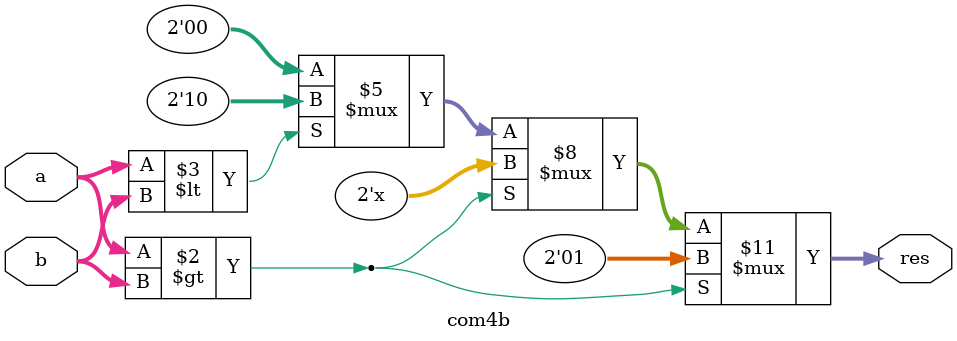
<source format=v>



module com4b (a,b,res);

		//puertos
		//sentido    tipo  tamaño   nombre
		input              [3:0]    a,b;
		output       reg   [1:0]    res;
		
//Asignaciones


		//secuenciales
		always@(a or b)
		begin 
			if(a>b)
				res=1;
			else if(a<b)
				res=2;
			else
				res=0;
			
		end
endmodule
		
</source>
